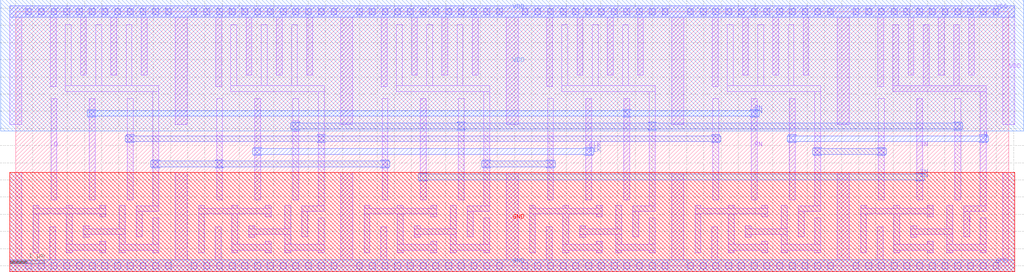
<source format=lef>
VERSION 5.7 ;
  NOWIREEXTENSIONATPIN ON ;
  DIVIDERCHAR "/" ;
  BUSBITCHARS "[]" ;
MACRO DFFSNRNQX1
  CLASS CORE ;
  FOREIGN DFFSNRNQX1 ;
  ORIGIN 0.000 0.000 ;
  SIZE 28.860 BY 7.400 ;
  SYMMETRY X Y R90 ;
  SITE unitrh ;
  PIN Q
    DIRECTION OUTPUT ;
    USE SIGNAL ;
    ANTENNAGATEAREA 1.027250 ;
    ANTENNADIFFAREA 1.931900 ;
    PORT
      LAYER li1 ;
        RECT 25.495 5.240 25.665 7.020 ;
        RECT 26.375 5.240 26.545 7.020 ;
        RECT 27.255 5.240 27.425 7.020 ;
        RECT 25.495 5.070 28.205 5.240 ;
        RECT 22.485 1.915 22.655 4.865 ;
        RECT 28.035 1.750 28.205 5.070 ;
        RECT 27.550 1.580 28.205 1.750 ;
        RECT 27.550 0.845 27.720 1.580 ;
      LAYER mcon ;
        RECT 22.485 3.615 22.655 3.785 ;
        RECT 28.035 3.615 28.205 3.785 ;
      LAYER met1 ;
        RECT 22.455 3.785 22.685 3.815 ;
        RECT 28.005 3.785 28.235 3.815 ;
        RECT 22.425 3.615 28.265 3.785 ;
        RECT 22.455 3.585 22.685 3.615 ;
        RECT 28.005 3.585 28.235 3.615 ;
    END
  END Q
  PIN D
    DIRECTION INPUT ;
    USE SIGNAL ;
    ANTENNAGATEAREA 1.033250 ;
    PORT
      LAYER li1 ;
        RECT 1.025 1.915 1.195 4.865 ;
    END
  END D
  PIN CLK
    DIRECTION INPUT ;
    USE SIGNAL ;
    ANTENNAGATEAREA 2.029700 ;
    PORT
      LAYER li1 ;
        RECT 6.945 1.915 7.115 4.865 ;
        RECT 16.565 1.915 16.735 4.865 ;
      LAYER mcon ;
        RECT 6.945 3.245 7.115 3.415 ;
        RECT 16.565 3.245 16.735 3.415 ;
      LAYER met1 ;
        RECT 6.915 3.415 7.145 3.445 ;
        RECT 16.535 3.415 16.765 3.445 ;
        RECT 6.885 3.245 16.795 3.415 ;
        RECT 6.915 3.215 7.145 3.245 ;
        RECT 16.535 3.215 16.765 3.245 ;
    END
  END CLK
  PIN SN
    DIRECTION INPUT ;
    USE SIGNAL ;
    ANTENNAGATEAREA 2.029700 ;
    PORT
      LAYER li1 ;
        RECT 11.755 1.915 11.925 4.865 ;
        RECT 26.185 1.915 26.355 4.865 ;
      LAYER mcon ;
        RECT 11.755 2.505 11.925 2.675 ;
        RECT 26.185 2.505 26.355 2.675 ;
      LAYER met1 ;
        RECT 11.725 2.675 11.955 2.705 ;
        RECT 26.155 2.675 26.385 2.705 ;
        RECT 11.695 2.505 26.415 2.675 ;
        RECT 11.725 2.475 11.955 2.505 ;
        RECT 26.155 2.475 26.385 2.505 ;
    END
  END SN
  PIN RN
    DIRECTION INPUT ;
    USE SIGNAL ;
    ANTENNAGATEAREA 3.056950 ;
    PORT
      LAYER li1 ;
        RECT 2.135 1.915 2.305 4.865 ;
        RECT 17.675 1.915 17.845 4.865 ;
        RECT 21.375 1.915 21.545 4.865 ;
      LAYER mcon ;
        RECT 2.135 4.355 2.305 4.525 ;
        RECT 17.675 4.355 17.845 4.525 ;
        RECT 21.375 4.355 21.545 4.525 ;
      LAYER met1 ;
        RECT 2.105 4.525 2.335 4.555 ;
        RECT 17.645 4.525 17.875 4.555 ;
        RECT 21.345 4.525 21.575 4.555 ;
        RECT 2.075 4.355 21.605 4.525 ;
        RECT 2.105 4.325 2.335 4.355 ;
        RECT 17.645 4.325 17.875 4.355 ;
        RECT 21.345 4.325 21.575 4.355 ;
    END
  END RN
  PIN VDD
    DIRECTION INOUT ;
    USE POWER ;
    SHAPE ABUTMENT ;
    PORT
      LAYER nwell ;
        RECT -0.435 3.930 29.295 7.750 ;
      LAYER li1 ;
        RECT -0.170 7.230 29.030 7.570 ;
        RECT -0.170 4.110 0.170 7.230 ;
        RECT 1.005 5.215 1.175 7.230 ;
        RECT 1.885 5.555 2.055 7.230 ;
        RECT 2.765 5.555 2.935 7.230 ;
        RECT 3.645 5.555 3.815 7.230 ;
        RECT 4.640 4.110 4.980 7.230 ;
        RECT 5.815 5.215 5.985 7.230 ;
        RECT 6.695 5.555 6.865 7.230 ;
        RECT 7.575 5.555 7.745 7.230 ;
        RECT 8.455 5.555 8.625 7.230 ;
        RECT 9.450 4.110 9.790 7.230 ;
        RECT 10.625 5.215 10.795 7.230 ;
        RECT 11.505 5.555 11.675 7.230 ;
        RECT 12.385 5.555 12.555 7.230 ;
        RECT 13.265 5.555 13.435 7.230 ;
        RECT 14.260 4.110 14.600 7.230 ;
        RECT 15.435 5.215 15.605 7.230 ;
        RECT 16.315 5.555 16.485 7.230 ;
        RECT 17.195 5.555 17.365 7.230 ;
        RECT 18.075 5.555 18.245 7.230 ;
        RECT 19.070 4.110 19.410 7.230 ;
        RECT 20.245 5.215 20.415 7.230 ;
        RECT 21.125 5.555 21.295 7.230 ;
        RECT 22.005 5.555 22.175 7.230 ;
        RECT 22.885 5.555 23.055 7.230 ;
        RECT 23.880 4.110 24.220 7.230 ;
        RECT 25.055 5.215 25.225 7.230 ;
        RECT 25.935 5.555 26.105 7.230 ;
        RECT 26.815 5.555 26.985 7.230 ;
        RECT 27.695 5.555 27.865 7.230 ;
        RECT 28.690 4.110 29.030 7.230 ;
      LAYER mcon ;
        RECT 0.285 7.315 0.455 7.485 ;
        RECT 0.655 7.315 0.825 7.485 ;
        RECT 1.025 7.315 1.195 7.485 ;
        RECT 1.395 7.315 1.565 7.485 ;
        RECT 1.765 7.315 1.935 7.485 ;
        RECT 2.135 7.315 2.305 7.485 ;
        RECT 2.505 7.315 2.675 7.485 ;
        RECT 2.875 7.315 3.045 7.485 ;
        RECT 3.245 7.315 3.415 7.485 ;
        RECT 3.615 7.315 3.785 7.485 ;
        RECT 3.985 7.315 4.155 7.485 ;
        RECT 4.355 7.315 4.525 7.485 ;
        RECT 5.095 7.315 5.265 7.485 ;
        RECT 5.465 7.315 5.635 7.485 ;
        RECT 5.835 7.315 6.005 7.485 ;
        RECT 6.205 7.315 6.375 7.485 ;
        RECT 6.575 7.315 6.745 7.485 ;
        RECT 6.945 7.315 7.115 7.485 ;
        RECT 7.315 7.315 7.485 7.485 ;
        RECT 7.685 7.315 7.855 7.485 ;
        RECT 8.055 7.315 8.225 7.485 ;
        RECT 8.425 7.315 8.595 7.485 ;
        RECT 8.795 7.315 8.965 7.485 ;
        RECT 9.165 7.315 9.335 7.485 ;
        RECT 9.905 7.315 10.075 7.485 ;
        RECT 10.275 7.315 10.445 7.485 ;
        RECT 10.645 7.315 10.815 7.485 ;
        RECT 11.015 7.315 11.185 7.485 ;
        RECT 11.385 7.315 11.555 7.485 ;
        RECT 11.755 7.315 11.925 7.485 ;
        RECT 12.125 7.315 12.295 7.485 ;
        RECT 12.495 7.315 12.665 7.485 ;
        RECT 12.865 7.315 13.035 7.485 ;
        RECT 13.235 7.315 13.405 7.485 ;
        RECT 13.605 7.315 13.775 7.485 ;
        RECT 13.975 7.315 14.145 7.485 ;
        RECT 14.715 7.315 14.885 7.485 ;
        RECT 15.085 7.315 15.255 7.485 ;
        RECT 15.455 7.315 15.625 7.485 ;
        RECT 15.825 7.315 15.995 7.485 ;
        RECT 16.195 7.315 16.365 7.485 ;
        RECT 16.565 7.315 16.735 7.485 ;
        RECT 16.935 7.315 17.105 7.485 ;
        RECT 17.305 7.315 17.475 7.485 ;
        RECT 17.675 7.315 17.845 7.485 ;
        RECT 18.045 7.315 18.215 7.485 ;
        RECT 18.415 7.315 18.585 7.485 ;
        RECT 18.785 7.315 18.955 7.485 ;
        RECT 19.525 7.315 19.695 7.485 ;
        RECT 19.895 7.315 20.065 7.485 ;
        RECT 20.265 7.315 20.435 7.485 ;
        RECT 20.635 7.315 20.805 7.485 ;
        RECT 21.005 7.315 21.175 7.485 ;
        RECT 21.375 7.315 21.545 7.485 ;
        RECT 21.745 7.315 21.915 7.485 ;
        RECT 22.115 7.315 22.285 7.485 ;
        RECT 22.485 7.315 22.655 7.485 ;
        RECT 22.855 7.315 23.025 7.485 ;
        RECT 23.225 7.315 23.395 7.485 ;
        RECT 23.595 7.315 23.765 7.485 ;
        RECT 24.335 7.315 24.505 7.485 ;
        RECT 24.705 7.315 24.875 7.485 ;
        RECT 25.075 7.315 25.245 7.485 ;
        RECT 25.445 7.315 25.615 7.485 ;
        RECT 25.815 7.315 25.985 7.485 ;
        RECT 26.185 7.315 26.355 7.485 ;
        RECT 26.555 7.315 26.725 7.485 ;
        RECT 26.925 7.315 27.095 7.485 ;
        RECT 27.295 7.315 27.465 7.485 ;
        RECT 27.665 7.315 27.835 7.485 ;
        RECT 28.035 7.315 28.205 7.485 ;
        RECT 28.405 7.315 28.575 7.485 ;
      LAYER met1 ;
        RECT -0.170 7.230 29.030 7.570 ;
    END
  END VDD
  PIN GND
    DIRECTION INOUT ;
    USE GROUND ;
    SHAPE ABUTMENT ;
    PORT
      LAYER pwell ;
        RECT -0.170 -0.170 29.030 2.720 ;
      LAYER li1 ;
        RECT -0.170 0.170 0.170 2.720 ;
        RECT 0.990 0.170 1.160 1.130 ;
        RECT 4.640 0.170 4.980 2.720 ;
        RECT 5.800 0.170 5.970 1.130 ;
        RECT 9.450 0.170 9.790 2.720 ;
        RECT 10.610 0.170 10.780 1.130 ;
        RECT 14.260 0.170 14.600 2.720 ;
        RECT 15.420 0.170 15.590 1.130 ;
        RECT 19.070 0.170 19.410 2.720 ;
        RECT 20.230 0.170 20.400 1.130 ;
        RECT 23.880 0.170 24.220 2.720 ;
        RECT 25.040 0.170 25.210 1.130 ;
        RECT 28.690 0.170 29.030 2.720 ;
        RECT -0.170 -0.170 29.030 0.170 ;
      LAYER mcon ;
        RECT 0.285 -0.085 0.455 0.085 ;
        RECT 0.655 -0.085 0.825 0.085 ;
        RECT 1.025 -0.085 1.195 0.085 ;
        RECT 1.395 -0.085 1.565 0.085 ;
        RECT 1.765 -0.085 1.935 0.085 ;
        RECT 2.135 -0.085 2.305 0.085 ;
        RECT 2.505 -0.085 2.675 0.085 ;
        RECT 2.875 -0.085 3.045 0.085 ;
        RECT 3.245 -0.085 3.415 0.085 ;
        RECT 3.615 -0.085 3.785 0.085 ;
        RECT 3.985 -0.085 4.155 0.085 ;
        RECT 4.355 -0.085 4.525 0.085 ;
        RECT 5.095 -0.085 5.265 0.085 ;
        RECT 5.465 -0.085 5.635 0.085 ;
        RECT 5.835 -0.085 6.005 0.085 ;
        RECT 6.205 -0.085 6.375 0.085 ;
        RECT 6.575 -0.085 6.745 0.085 ;
        RECT 6.945 -0.085 7.115 0.085 ;
        RECT 7.315 -0.085 7.485 0.085 ;
        RECT 7.685 -0.085 7.855 0.085 ;
        RECT 8.055 -0.085 8.225 0.085 ;
        RECT 8.425 -0.085 8.595 0.085 ;
        RECT 8.795 -0.085 8.965 0.085 ;
        RECT 9.165 -0.085 9.335 0.085 ;
        RECT 9.905 -0.085 10.075 0.085 ;
        RECT 10.275 -0.085 10.445 0.085 ;
        RECT 10.645 -0.085 10.815 0.085 ;
        RECT 11.015 -0.085 11.185 0.085 ;
        RECT 11.385 -0.085 11.555 0.085 ;
        RECT 11.755 -0.085 11.925 0.085 ;
        RECT 12.125 -0.085 12.295 0.085 ;
        RECT 12.495 -0.085 12.665 0.085 ;
        RECT 12.865 -0.085 13.035 0.085 ;
        RECT 13.235 -0.085 13.405 0.085 ;
        RECT 13.605 -0.085 13.775 0.085 ;
        RECT 13.975 -0.085 14.145 0.085 ;
        RECT 14.715 -0.085 14.885 0.085 ;
        RECT 15.085 -0.085 15.255 0.085 ;
        RECT 15.455 -0.085 15.625 0.085 ;
        RECT 15.825 -0.085 15.995 0.085 ;
        RECT 16.195 -0.085 16.365 0.085 ;
        RECT 16.565 -0.085 16.735 0.085 ;
        RECT 16.935 -0.085 17.105 0.085 ;
        RECT 17.305 -0.085 17.475 0.085 ;
        RECT 17.675 -0.085 17.845 0.085 ;
        RECT 18.045 -0.085 18.215 0.085 ;
        RECT 18.415 -0.085 18.585 0.085 ;
        RECT 18.785 -0.085 18.955 0.085 ;
        RECT 19.525 -0.085 19.695 0.085 ;
        RECT 19.895 -0.085 20.065 0.085 ;
        RECT 20.265 -0.085 20.435 0.085 ;
        RECT 20.635 -0.085 20.805 0.085 ;
        RECT 21.005 -0.085 21.175 0.085 ;
        RECT 21.375 -0.085 21.545 0.085 ;
        RECT 21.745 -0.085 21.915 0.085 ;
        RECT 22.115 -0.085 22.285 0.085 ;
        RECT 22.485 -0.085 22.655 0.085 ;
        RECT 22.855 -0.085 23.025 0.085 ;
        RECT 23.225 -0.085 23.395 0.085 ;
        RECT 23.595 -0.085 23.765 0.085 ;
        RECT 24.335 -0.085 24.505 0.085 ;
        RECT 24.705 -0.085 24.875 0.085 ;
        RECT 25.075 -0.085 25.245 0.085 ;
        RECT 25.445 -0.085 25.615 0.085 ;
        RECT 25.815 -0.085 25.985 0.085 ;
        RECT 26.185 -0.085 26.355 0.085 ;
        RECT 26.555 -0.085 26.725 0.085 ;
        RECT 26.925 -0.085 27.095 0.085 ;
        RECT 27.295 -0.085 27.465 0.085 ;
        RECT 27.665 -0.085 27.835 0.085 ;
        RECT 28.035 -0.085 28.205 0.085 ;
        RECT 28.405 -0.085 28.575 0.085 ;
      LAYER met1 ;
        RECT -0.170 -0.170 29.030 0.170 ;
    END
  END GND
  OBS
      LAYER li1 ;
        RECT 1.445 5.240 1.615 7.020 ;
        RECT 2.325 5.240 2.495 7.020 ;
        RECT 3.205 5.240 3.375 7.020 ;
        RECT 6.255 5.240 6.425 7.020 ;
        RECT 7.135 5.240 7.305 7.020 ;
        RECT 8.015 5.240 8.185 7.020 ;
        RECT 11.065 5.240 11.235 7.020 ;
        RECT 11.945 5.240 12.115 7.020 ;
        RECT 12.825 5.240 12.995 7.020 ;
        RECT 15.875 5.240 16.045 7.020 ;
        RECT 16.755 5.240 16.925 7.020 ;
        RECT 17.635 5.240 17.805 7.020 ;
        RECT 20.685 5.240 20.855 7.020 ;
        RECT 21.565 5.240 21.735 7.020 ;
        RECT 22.445 5.240 22.615 7.020 ;
        RECT 1.445 5.070 4.155 5.240 ;
        RECT 6.255 5.070 8.965 5.240 ;
        RECT 11.065 5.070 13.775 5.240 ;
        RECT 15.875 5.070 18.585 5.240 ;
        RECT 20.685 5.070 23.395 5.240 ;
        RECT 3.245 1.915 3.415 4.865 ;
        RECT 0.505 1.675 0.675 1.755 ;
        RECT 1.475 1.675 1.645 1.755 ;
        RECT 2.445 1.675 2.615 1.755 ;
        RECT 0.505 1.505 2.615 1.675 ;
        RECT 0.505 0.375 0.675 1.505 ;
        RECT 1.475 0.625 1.645 1.505 ;
        RECT 2.445 1.425 2.615 1.505 ;
        RECT 1.965 1.080 2.135 1.160 ;
        RECT 3.015 1.080 3.185 1.755 ;
        RECT 3.985 1.750 4.155 5.070 ;
        RECT 5.835 1.915 6.005 4.865 ;
        RECT 8.055 4.235 8.225 4.865 ;
        RECT 8.050 3.905 8.225 4.235 ;
        RECT 8.055 1.915 8.225 3.905 ;
        RECT 1.965 0.910 3.185 1.080 ;
        RECT 1.965 0.830 2.135 0.910 ;
        RECT 2.445 0.625 2.615 0.705 ;
        RECT 1.475 0.455 2.615 0.625 ;
        RECT 1.475 0.375 1.645 0.455 ;
        RECT 2.445 0.375 2.615 0.455 ;
        RECT 3.015 0.625 3.185 0.910 ;
        RECT 3.500 1.580 4.155 1.750 ;
        RECT 5.315 1.675 5.485 1.755 ;
        RECT 6.285 1.675 6.455 1.755 ;
        RECT 7.255 1.675 7.425 1.755 ;
        RECT 3.500 0.845 3.670 1.580 ;
        RECT 5.315 1.505 7.425 1.675 ;
        RECT 3.985 0.625 4.155 1.395 ;
        RECT 3.015 0.455 4.155 0.625 ;
        RECT 3.015 0.375 3.185 0.455 ;
        RECT 3.985 0.375 4.155 0.455 ;
        RECT 5.315 0.375 5.485 1.505 ;
        RECT 6.285 0.625 6.455 1.505 ;
        RECT 7.255 1.425 7.425 1.505 ;
        RECT 6.775 1.080 6.945 1.160 ;
        RECT 7.825 1.080 7.995 1.755 ;
        RECT 8.795 1.750 8.965 5.070 ;
        RECT 10.645 1.915 10.815 4.865 ;
        RECT 12.865 1.915 13.035 4.865 ;
        RECT 6.775 0.910 7.995 1.080 ;
        RECT 6.775 0.830 6.945 0.910 ;
        RECT 7.255 0.625 7.425 0.705 ;
        RECT 6.285 0.455 7.425 0.625 ;
        RECT 6.285 0.375 6.455 0.455 ;
        RECT 7.255 0.375 7.425 0.455 ;
        RECT 7.825 0.625 7.995 0.910 ;
        RECT 8.310 1.580 8.965 1.750 ;
        RECT 10.125 1.675 10.295 1.755 ;
        RECT 11.095 1.675 11.265 1.755 ;
        RECT 12.065 1.675 12.235 1.755 ;
        RECT 8.310 0.845 8.480 1.580 ;
        RECT 10.125 1.505 12.235 1.675 ;
        RECT 8.795 0.625 8.965 1.395 ;
        RECT 7.825 0.455 8.965 0.625 ;
        RECT 7.825 0.375 7.995 0.455 ;
        RECT 8.795 0.375 8.965 0.455 ;
        RECT 10.125 0.375 10.295 1.505 ;
        RECT 11.095 0.625 11.265 1.505 ;
        RECT 12.065 1.425 12.235 1.505 ;
        RECT 11.585 1.080 11.755 1.160 ;
        RECT 12.635 1.080 12.805 1.755 ;
        RECT 13.605 1.750 13.775 5.070 ;
        RECT 15.455 1.915 15.625 4.865 ;
        RECT 11.585 0.910 12.805 1.080 ;
        RECT 11.585 0.830 11.755 0.910 ;
        RECT 12.065 0.625 12.235 0.705 ;
        RECT 11.095 0.455 12.235 0.625 ;
        RECT 11.095 0.375 11.265 0.455 ;
        RECT 12.065 0.375 12.235 0.455 ;
        RECT 12.635 0.625 12.805 0.910 ;
        RECT 13.120 1.580 13.775 1.750 ;
        RECT 14.935 1.675 15.105 1.755 ;
        RECT 15.905 1.675 16.075 1.755 ;
        RECT 16.875 1.675 17.045 1.755 ;
        RECT 13.120 0.845 13.290 1.580 ;
        RECT 14.935 1.505 17.045 1.675 ;
        RECT 13.605 0.625 13.775 1.395 ;
        RECT 12.635 0.455 13.775 0.625 ;
        RECT 12.635 0.375 12.805 0.455 ;
        RECT 13.605 0.375 13.775 0.455 ;
        RECT 14.935 0.375 15.105 1.505 ;
        RECT 15.905 0.625 16.075 1.505 ;
        RECT 16.875 1.425 17.045 1.505 ;
        RECT 16.395 1.080 16.565 1.160 ;
        RECT 17.445 1.080 17.615 1.755 ;
        RECT 18.415 1.750 18.585 5.070 ;
        RECT 20.265 1.915 20.435 4.865 ;
        RECT 16.395 0.910 17.615 1.080 ;
        RECT 16.395 0.830 16.565 0.910 ;
        RECT 16.875 0.625 17.045 0.705 ;
        RECT 15.905 0.455 17.045 0.625 ;
        RECT 15.905 0.375 16.075 0.455 ;
        RECT 16.875 0.375 17.045 0.455 ;
        RECT 17.445 0.625 17.615 0.910 ;
        RECT 17.930 1.580 18.585 1.750 ;
        RECT 19.745 1.675 19.915 1.755 ;
        RECT 20.715 1.675 20.885 1.755 ;
        RECT 21.685 1.675 21.855 1.755 ;
        RECT 17.930 0.845 18.100 1.580 ;
        RECT 19.745 1.505 21.855 1.675 ;
        RECT 18.415 0.625 18.585 1.395 ;
        RECT 17.445 0.455 18.585 0.625 ;
        RECT 17.445 0.375 17.615 0.455 ;
        RECT 18.415 0.375 18.585 0.455 ;
        RECT 19.745 0.375 19.915 1.505 ;
        RECT 20.715 0.625 20.885 1.505 ;
        RECT 21.685 1.425 21.855 1.505 ;
        RECT 21.205 1.080 21.375 1.160 ;
        RECT 22.255 1.080 22.425 1.755 ;
        RECT 23.225 1.750 23.395 5.070 ;
        RECT 25.075 1.915 25.245 4.865 ;
        RECT 27.295 1.915 27.465 4.865 ;
        RECT 21.205 0.910 22.425 1.080 ;
        RECT 21.205 0.830 21.375 0.910 ;
        RECT 21.685 0.625 21.855 0.705 ;
        RECT 20.715 0.455 21.855 0.625 ;
        RECT 20.715 0.375 20.885 0.455 ;
        RECT 21.685 0.375 21.855 0.455 ;
        RECT 22.255 0.625 22.425 0.910 ;
        RECT 22.740 1.580 23.395 1.750 ;
        RECT 24.555 1.675 24.725 1.755 ;
        RECT 25.525 1.675 25.695 1.755 ;
        RECT 26.495 1.675 26.665 1.755 ;
        RECT 22.740 0.845 22.910 1.580 ;
        RECT 24.555 1.505 26.665 1.675 ;
        RECT 23.225 0.625 23.395 1.395 ;
        RECT 22.255 0.455 23.395 0.625 ;
        RECT 22.255 0.375 22.425 0.455 ;
        RECT 23.225 0.375 23.395 0.455 ;
        RECT 24.555 0.375 24.725 1.505 ;
        RECT 25.525 0.625 25.695 1.505 ;
        RECT 26.495 1.425 26.665 1.505 ;
        RECT 26.015 1.080 26.185 1.160 ;
        RECT 27.065 1.080 27.235 1.755 ;
        RECT 26.015 0.910 27.235 1.080 ;
        RECT 26.015 0.830 26.185 0.910 ;
        RECT 26.495 0.625 26.665 0.705 ;
        RECT 25.525 0.455 26.665 0.625 ;
        RECT 25.525 0.375 25.695 0.455 ;
        RECT 26.495 0.375 26.665 0.455 ;
        RECT 27.065 0.625 27.235 0.910 ;
        RECT 28.035 0.625 28.205 1.395 ;
        RECT 27.065 0.455 28.205 0.625 ;
        RECT 27.065 0.375 27.235 0.455 ;
        RECT 28.035 0.375 28.205 0.455 ;
      LAYER mcon ;
        RECT 3.245 3.615 3.415 3.785 ;
        RECT 3.985 2.880 4.155 3.050 ;
        RECT 8.050 3.985 8.220 4.155 ;
        RECT 5.835 2.880 6.005 3.050 ;
        RECT 8.795 3.615 8.965 3.785 ;
        RECT 10.645 2.880 10.815 3.050 ;
        RECT 12.865 3.985 13.035 4.155 ;
        RECT 13.605 2.875 13.775 3.045 ;
        RECT 15.455 2.875 15.625 3.045 ;
        RECT 18.415 3.985 18.585 4.155 ;
        RECT 20.265 3.615 20.435 3.785 ;
        RECT 23.225 3.245 23.395 3.415 ;
        RECT 25.075 3.245 25.245 3.415 ;
        RECT 27.295 3.985 27.465 4.155 ;
      LAYER met1 ;
        RECT 8.020 4.155 8.250 4.185 ;
        RECT 12.835 4.155 13.065 4.185 ;
        RECT 18.385 4.155 18.615 4.185 ;
        RECT 27.265 4.155 27.495 4.185 ;
        RECT 7.990 3.985 27.525 4.155 ;
        RECT 8.020 3.955 8.250 3.985 ;
        RECT 12.835 3.955 13.065 3.985 ;
        RECT 18.385 3.955 18.615 3.985 ;
        RECT 27.265 3.955 27.495 3.985 ;
        RECT 3.215 3.785 3.445 3.815 ;
        RECT 8.765 3.785 8.995 3.815 ;
        RECT 20.235 3.785 20.465 3.815 ;
        RECT 3.185 3.615 20.495 3.785 ;
        RECT 3.215 3.585 3.445 3.615 ;
        RECT 8.765 3.585 8.995 3.615 ;
        RECT 20.235 3.585 20.465 3.615 ;
        RECT 23.195 3.415 23.425 3.445 ;
        RECT 25.045 3.415 25.275 3.445 ;
        RECT 23.165 3.245 25.305 3.415 ;
        RECT 23.195 3.215 23.425 3.245 ;
        RECT 25.045 3.215 25.275 3.245 ;
        RECT 3.955 3.050 4.185 3.080 ;
        RECT 5.805 3.050 6.035 3.080 ;
        RECT 10.615 3.050 10.845 3.080 ;
        RECT 3.925 2.880 10.875 3.050 ;
        RECT 13.575 3.045 13.805 3.075 ;
        RECT 15.425 3.045 15.655 3.075 ;
        RECT 3.955 2.850 4.185 2.880 ;
        RECT 5.805 2.850 6.035 2.880 ;
        RECT 10.615 2.850 10.845 2.880 ;
        RECT 13.545 2.875 15.685 3.045 ;
        RECT 13.575 2.845 13.805 2.875 ;
        RECT 15.425 2.845 15.655 2.875 ;
  END
END DFFSNRNQX1
END LIBRARY


</source>
